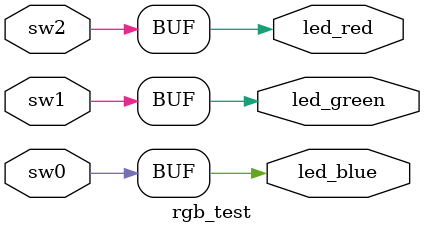
<source format=v>
module rgb_test (
                 input sw2,
                 input sw1,
                 input sw0,
                 output led_blue,
                 output led_green,
                 output led_red);


assign led_red = sw2;
assign led_green = sw1;
assign led_blue = sw0;

endmodule

</source>
